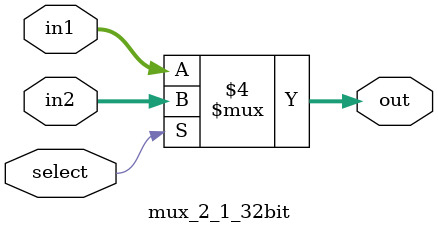
<source format=v>
module mux_2_1_32bit
(
	output reg [31:0] out,
	input select,
	input [31:0] in1,
	input [31:0] in2
);

always @ (in1 or in2 or select) begin

if (select == 1'b0)
	out = in1;
else	
	out = in2;
	
end
endmodule
</source>
